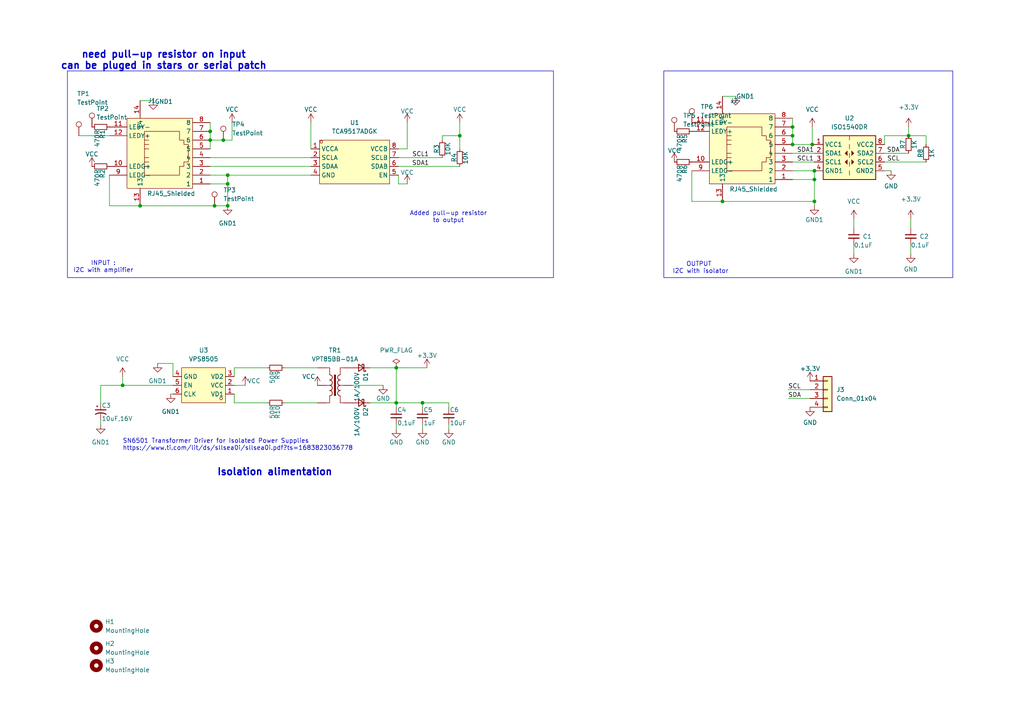
<source format=kicad_sch>
(kicad_sch (version 20231120) (generator "eeschema") (generator_version "8.0")
  (paper "A4")
  (lib_symbols
    (symbol "Connector:TestPoint" (pin_numbers hide) (pin_names (offset 0.762) hide)
      (property "Reference" "TP" (at 0 6.858 0))
      (property "Value" "TestPoint" (at 0 5.08 0))
      (symbol "TestPoint_0_1"
        (circle (center 0 3.302) (radius 0.762))
      )
      (symbol "TestPoint_1_1"
        (pin passive line (at 0 0 90) (length 2.54) (name "1") (number "1"))
      )
    )
    (symbol "Connector_Generic:Conn_01x04" (pin_names (offset 1.016) hide)
      (property "Reference" "J" (at 0 5.08 0))
      (property "Value" "Conn_01x04" (at 0 -7.62 0))
      (symbol "Conn_01x04_1_1"
        (rectangle (start -1.27 -4.953) (end 0 -5.207) (stroke (width 0.1524)))
        (rectangle (start -1.27 -2.413) (end 0 -2.667) (stroke (width 0.1524)))
        (rectangle (start -1.27 0.127) (end 0 -0.127) (stroke (width 0.1524)))
        (rectangle (start -1.27 2.667) (end 0 2.413) (stroke (width 0.1524)))
        (rectangle (start -1.27 3.81) (end 1.27 -6.35) (stroke (width 0.254)) (fill (type background)))
        (pin passive line (at -5.08 2.54 0) (length 3.81) (name "Pin_1") (number "1"))
        (pin passive line (at -5.08 0 0) (length 3.81) (name "Pin_2") (number "2"))
        (pin passive line (at -5.08 -2.54 0) (length 3.81) (name "Pin_3") (number "3"))
        (pin passive line (at -5.08 -5.08 0) (length 3.81) (name "Pin_4") (number "4"))
      )
    )
    (symbol "Device:C_Small" (pin_numbers hide) (pin_names (offset 0.254) hide)
      (property "Reference" "C" (at 0.254 1.778 0))
      (property "Value" "C_Small" (at 0.254 -2.032 0))
      (symbol "C_Small_0_1"
        (polyline (pts (xy -1.524 -0.508) (xy 1.524 -0.508)) (stroke (width 0.3302)))
        (polyline (pts (xy -1.524 0.508) (xy 1.524 0.508)) (stroke (width 0.3048)))
      )
      (symbol "C_Small_1_1"
        (pin passive line (at 0 2.54 270) (length 2.032) (name "~") (number "1"))
        (pin passive line (at 0 -2.54 90) (length 2.032) (name "~") (number "2"))
      )
    )
    (symbol "Device:D_Schottky_Small" (pin_numbers hide) (pin_names (offset 0.254) hide)
      (property "Reference" "D" (at -1.27 2.032 0))
      (property "Value" "Device_D_Schottky_Small" (at -7.112 -2.032 0))
      (symbol "D_Schottky_Small_0_1"
        (polyline (pts (xy -0.762 0) (xy 0.762 0)))
        (polyline (pts (xy 0.762 -1.016) (xy -0.762 0) (xy 0.762 1.016) (xy 0.762 -1.016)) (stroke (width 0.254)))
        (polyline (pts (xy -1.27 0.762) (xy -1.27 1.016) (xy -0.762 1.016) (xy -0.762 -1.016) (xy -0.254 -1.016) (xy -0.254 -0.762)) (stroke (width 0.254)))
      )
      (symbol "D_Schottky_Small_1_1"
        (pin passive line (at -2.54 0 0) (length 1.778) (name "K") (number "1"))
        (pin passive line (at 2.54 0 180) (length 1.778) (name "A") (number "2"))
      )
    )
    (symbol "Device:R_Small" (pin_numbers hide) (pin_names (offset 0.254) hide)
      (property "Reference" "R" (at 0.762 0.508 0))
      (property "Value" "R_Small" (at 0.762 -1.016 0))
      (symbol "R_Small_0_1"
        (rectangle (start -0.762 1.778) (end 0.762 -1.778) (stroke (width 0.2032)))
      )
      (symbol "R_Small_1_1"
        (pin passive line (at 0 2.54 270) (length 0.762) (name "~") (number "1"))
        (pin passive line (at 0 -2.54 90) (length 0.762) (name "~") (number "2"))
      )
    )
    (symbol "Isolator:ISO1540"
      (property "Reference" "U" (at -6.35 6.35 0))
      (property "Value" "ISO1540" (at 3.81 6.35 0))
      (symbol "ISO1540_0_1"
        (rectangle (start -7.62 5.08) (end 7.62 -7.62) (stroke (width 0.254)) (fill (type background)))
        (rectangle (start 0 -5.08) (end 0 -6.35))
        (polyline (pts (xy 0 -2.54) (xy 0 -3.81)))
        (polyline (pts (xy 0 0) (xy 0 -1.27)))
        (polyline (pts (xy 0 2.54) (xy 0 1.27)))
        (polyline (pts (xy 0 5.08) (xy 0 3.81)))
        (polyline (pts (xy -0.635 0.635) (xy -1.27 0) (xy -0.635 -0.635) (xy -0.635 0.635)) (fill (type outline)))
        (polyline (pts (xy 0.635 -1.905) (xy 1.27 -2.54) (xy 0.635 -3.175) (xy 0.635 -1.905)) (fill (type outline)))
        (polyline (pts (xy 0.635 0.635) (xy 1.27 0) (xy 0.635 -0.635) (xy 0.635 0.635)) (fill (type outline)))
      )
      (symbol "ISO1540_1_1"
        (polyline (pts (xy -0.635 -1.905) (xy -1.27 -2.54) (xy -0.635 -3.175) (xy -0.635 -1.905)) (fill (type outline)))
        (pin power_in line (at -10.16 2.54 0) (length 2.54) (name "VCC1") (number "1"))
        (pin bidirectional line (at -10.16 0 0) (length 2.54) (name "SDA1") (number "2"))
        (pin bidirectional line (at -10.16 -2.54 0) (length 2.54) (name "SCL1") (number "3"))
        (pin power_in line (at -10.16 -5.08 0) (length 2.54) (name "GND1") (number "4"))
        (pin power_in line (at 10.16 -5.08 180) (length 2.54) (name "GND2") (number "5"))
        (pin bidirectional line (at 10.16 -2.54 180) (length 2.54) (name "SCL2") (number "6"))
        (pin bidirectional line (at 10.16 0 180) (length 2.54) (name "SDA2") (number "7"))
        (pin power_in line (at 10.16 2.54 180) (length 2.54) (name "VCC2") (number "8"))
      )
    )
    (symbol "KXKM_ESP32_battery_management_board-rescue:CP1_Small-Device" (pin_numbers hide) (pin_names (offset 0.254) hide)
      (property "Reference" "C" (at 0.254 1.778 0))
      (property "Value" "CP1_Small-Device" (at 0.254 -2.032 0))
      (symbol "CP1_Small-Device_0_1"
        (polyline (pts (xy -1.524 0.508) (xy 1.524 0.508)) (stroke (width 0.3048)))
        (polyline (pts (xy -1.27 1.524) (xy -0.762 1.524)))
        (polyline (pts (xy -1.016 1.27) (xy -1.016 1.778)))
        (arc (start 1.524 -0.762) (mid 0 -0.3734) (end -1.524 -0.762) (stroke (width 0.3048)))
      )
      (symbol "CP1_Small-Device_1_1"
        (pin passive line (at 0 2.54 270) (length 2.032) (name "~") (number "1"))
        (pin passive line (at 0 -2.54 90) (length 2.032) (name "~") (number "2"))
      )
    )
    (symbol "Mechanical:MountingHole" (pin_names (offset 1.016)) (exclude_from_sim yes) (in_bom no)
      (property "Reference" "H" (at 0 5.08 0))
      (property "Value" "MountingHole" (at 0 3.175 0))
      (symbol "MountingHole_0_1"
        (circle (center 0 0) (radius 1.27) (stroke (width 1.27)))
      )
    )
    (symbol "Transformer:TRANSF5" (pin_numbers hide) (pin_names (offset 0))
      (property "Reference" "TR" (at 0 6.35 0))
      (property "Value" "TRANSF5" (at 0 -6.35 0))
      (symbol "TRANSF5_0_1"
        (arc (start -1.524 -3.048) (mid -0.7653 -2.286) (end -1.524 -1.524) (stroke (width 0.2032)))
        (arc (start -1.524 -1.524) (mid -0.7653 -0.762) (end -1.524 0) (stroke (width 0.2032)))
        (arc (start -1.524 0) (mid -0.7653 0.762) (end -1.524 1.524) (stroke (width 0.2032)))
        (arc (start -1.524 1.524) (mid -0.7653 2.286) (end -1.524 3.048) (stroke (width 0.2032)))
        (rectangle (start -0.254 3.048) (end 0.254 -3.048) (stroke (width 0.0254)) (fill (type outline)))
        (polyline (pts (xy -1.524 0) (xy -2.54 0) (xy -2.54 0)) (fill (type outline)))
        (polyline (pts (xy 1.524 0) (xy 2.54 0) (xy 2.54 0)) (fill (type outline)))
        (polyline (pts (xy -2.54 5.08) (xy -1.524 5.08) (xy -1.524 3.048) (xy -1.524 3.048)) (stroke (width 0.1524)))
        (polyline (pts (xy -1.524 -3.048) (xy -1.524 -5.08) (xy -2.54 -5.08) (xy -2.54 -5.08)) (stroke (width 0.1524)))
        (polyline (pts (xy 1.524 3.048) (xy 1.524 5.08) (xy 2.54 5.08) (xy 2.54 5.08)) (stroke (width 0.1524)))
        (polyline (pts (xy 2.54 -5.08) (xy 1.524 -5.08) (xy 1.524 -3.048) (xy 1.524 -3.048)) (stroke (width 0.1524)))
        (arc (start 1.524 -1.524) (mid 0.7653 -2.286) (end 1.524 -3.048) (stroke (width 0.2032)))
        (arc (start 1.524 0) (mid 0.7653 -0.762) (end 1.524 -1.524) (stroke (width 0.2032)))
        (arc (start 1.524 1.524) (mid 0.7653 0.762) (end 1.524 0) (stroke (width 0.2032)))
        (arc (start 1.524 3.048) (mid 0.7653 2.286) (end 1.524 1.524) (stroke (width 0.2032)))
      )
      (symbol "TRANSF5_1_1"
        (pin passive line (at -5.08 5.08 0) (length 2.54) (name "~") (number "1"))
        (pin passive line (at -5.08 0 0) (length 2.54) (name "~") (number "2"))
        (pin passive line (at -5.08 -5.08 0) (length 2.54) (name "~") (number "3"))
        (pin passive line (at 5.08 -5.08 180) (length 2.54) (name "~") (number "4"))
        (pin passive line (at 5.08 0 180) (length 2.54) (name "~") (number "5"))
        (pin passive line (at 5.08 5.08 180) (length 2.54) (name "~") (number "6"))
      )
    )
    (symbol "easyeda2kicad:RC01061"
      (property "Reference" "RJ" (at 0 20.32 0))
      (property "Value" "RC01061" (at 0 -19.05 0))
      (symbol "RC01061_0_1"
        (rectangle (start -10.16 10.16) (end 10.16 -8.89) (fill (type background)))
        (polyline (pts (xy -3.81 5.08) (xy -3.81 3.81) (xy -3.81 3.81)))
        (polyline (pts (xy -2.54 5.08) (xy -2.54 3.81) (xy -2.54 3.81)))
        (polyline (pts (xy -1.27 5.08) (xy -1.27 3.81) (xy -1.27 3.81)))
        (polyline (pts (xy 1.27 5.08) (xy 1.27 3.81) (xy 1.27 3.81)))
        (polyline (pts (xy 2.54 5.08) (xy 2.54 3.81) (xy 2.54 3.81)))
        (polyline (pts (xy 3.81 5.08) (xy 3.81 3.81) (xy 3.81 3.81)))
        (polyline (pts (xy 6.35 5.08) (xy -6.35 5.08) (xy -6.35 -5.08) (xy -3.81 -5.08) (xy -3.81 -6.35) (xy -2.54 -6.35) (xy -2.54 -6.35) (xy -2.54 -7.62) (xy 2.54 -7.62) (xy 2.54 -6.35) (xy 3.81 -6.35) (xy 3.81 -5.08) (xy 6.35 -5.08) (xy 6.35 5.08) (xy 6.35 3.81)))
        (pin unspecified line (at -8.89 -13.97 90) (length 5.08) (name "1") (number "1"))
        (pin unspecified line (at -3.81 15.24 270) (length 5.08) (name "LEDG+") (number "10"))
        (pin unspecified line (at 7.62 15.24 270) (length 5.08) (name "LEDY-") (number "11"))
        (pin unspecified line (at 5.08 15.24 270) (length 5.08) (name "LEDY+") (number "12"))
        (pin unspecified line (at -15.24 6.35 0) (length 5.08) (name "13") (number "13"))
        (pin unspecified line (at 15.24 6.35 180) (length 5.08) (name "14") (number "14"))
        (pin unspecified line (at -6.35 -13.97 90) (length 5.08) (name "2") (number "2"))
        (pin unspecified line (at -3.81 -13.97 90) (length 5.08) (name "3") (number "3"))
        (pin unspecified line (at -1.27 -13.97 90) (length 5.08) (name "4") (number "4"))
        (pin unspecified line (at 1.27 -13.97 90) (length 5.08) (name "5") (number "5"))
        (pin unspecified line (at 3.81 -13.97 90) (length 5.08) (name "6") (number "6"))
        (pin unspecified line (at 6.35 -13.97 90) (length 5.08) (name "7") (number "7"))
        (pin unspecified line (at 8.89 -13.97 90) (length 5.08) (name "8") (number "8"))
        (pin unspecified line (at -6.35 15.24 270) (length 5.08) (name "LEDG-") (number "9"))
      )
    )
    (symbol "easyeda2kicad:TCA9517ADGKR"
      (property "Reference" "U" (at 0 8.89 0))
      (property "Value" "TCA9517ADGKR" (at 0 -8.89 0))
      (symbol "TCA9517ADGKR_0_1"
        (rectangle (start -10.16 6.35) (end 10.16 -6.35) (fill (type background)))
        (circle (center -9.65 5.84) (radius 0.38))
        (pin unspecified line (at -12.7 3.81 0) (length 2.54) (name "VCCA") (number "1"))
        (pin unspecified line (at -12.7 1.27 0) (length 2.54) (name "SCLA") (number "2"))
        (pin unspecified line (at -12.7 -1.27 0) (length 2.54) (name "SDAA") (number "3"))
        (pin unspecified line (at -12.7 -3.81 0) (length 2.54) (name "GND") (number "4"))
        (pin unspecified line (at 12.7 -3.81 180) (length 2.54) (name "EN") (number "5"))
        (pin unspecified line (at 12.7 -1.27 180) (length 2.54) (name "SDAB") (number "6"))
        (pin unspecified line (at 12.7 1.27 180) (length 2.54) (name "SCLB") (number "7"))
        (pin unspecified line (at 12.7 3.81 180) (length 2.54) (name "VCCB") (number "8"))
      )
    )
    (symbol "easyeda2kicad:VPS8505"
      (property "Reference" "U" (at 0 7.62 0))
      (property "Value" "VPS8505" (at 0 -7.62 0))
      (symbol "VPS8505_0_1"
        (rectangle (start -6.35 5.08) (end 6.35 -5.08) (fill (type background)))
        (circle (center -5.08 3.81) (radius 0.38))
        (pin unspecified line (at -8.89 2.54 0) (length 2.54) (name "VD1") (number "1"))
        (pin unspecified line (at -8.89 0 0) (length 2.54) (name "VCC") (number "2"))
        (pin unspecified line (at -8.89 -2.54 0) (length 2.54) (name "VD2") (number "3"))
        (pin unspecified line (at 8.89 -2.54 180) (length 2.54) (name "GND") (number "4"))
        (pin unspecified line (at 8.89 0 180) (length 2.54) (name "EN") (number "5"))
        (pin unspecified line (at 8.89 2.54 180) (length 2.54) (name "CLK") (number "6"))
      )
    )
    (symbol "power:+3.3V" (power) (pin_names (offset 0))
      (property "Value" "+3.3V" (at 0 3.556 0))
      (symbol "+3.3V_0_1"
        (polyline (pts (xy -0.762 1.27) (xy 0 2.54)))
        (polyline (pts (xy 0 0) (xy 0 2.54)))
        (polyline (pts (xy 0 2.54) (xy 0.762 1.27)))
      )
      (symbol "+3.3V_1_1"
        (pin power_in line (at 0 0 90) (length 0) hide (name "+3.3V") (number "1"))
      )
    )
    (symbol "power:GND" (power) (pin_names (offset 0))
      (property "Value" "GND" (at 0 -3.81 0))
      (symbol "GND_0_1"
        (polyline (pts (xy 0 0) (xy 0 -1.27) (xy 1.27 -1.27) (xy 0 -2.54) (xy -1.27 -1.27) (xy 0 -1.27)))
      )
      (symbol "GND_1_1"
        (pin power_in line (at 0 0 270) (length 0) hide (name "GND") (number "1"))
      )
    )
    (symbol "power:GND1" (power) (pin_names (offset 0))
      (property "Value" "GND1" (at 0 -3.81 0))
      (symbol "GND1_0_1"
        (polyline (pts (xy 0 0) (xy 0 -1.27) (xy 1.27 -1.27) (xy 0 -2.54) (xy -1.27 -1.27) (xy 0 -1.27)))
      )
      (symbol "GND1_1_1"
        (pin power_in line (at 0 0 270) (length 0) hide (name "GND1") (number "1"))
      )
    )
    (symbol "power:PWR_FLAG" (power) (pin_numbers hide) (pin_names (offset 0) hide)
      (property "Value" "PWR_FLAG" (at 0 3.81 0))
      (symbol "PWR_FLAG_0_0"
        (pin power_out line (at 0 0 90) (length 0) (name "~") (number "1"))
      )
      (symbol "PWR_FLAG_0_1"
        (polyline (pts (xy 0 0) (xy 0 1.27) (xy -1.016 1.905) (xy 0 2.54) (xy 1.016 1.905) (xy 0 1.27)))
      )
    )
    (symbol "power:VCC" (power) (pin_names (offset 0))
      (property "Value" "VCC" (at 0 3.81 0))
      (symbol "VCC_0_1"
        (polyline (pts (xy -0.762 1.27) (xy 0 2.54)))
        (polyline (pts (xy 0 0) (xy 0 2.54)))
        (polyline (pts (xy 0 2.54) (xy 0.762 1.27)))
      )
      (symbol "VCC_1_1"
        (pin power_in line (at 0 0 90) (length 0) hide (name "VCC") (number "1"))
      )
    )
  )
  (junction (at 236.22 52.07))
  (junction (at 66.04 50.8))
  (junction (at 122.555 116.84))
  (junction (at 35.56 111.76))
  (junction (at 229.87 39.37))
  (junction (at 209.55 58.42))
  (junction (at 236.22 58.42))
  (junction (at 60.96 38.1))
  (junction (at 66.04 59.69))
  (junction (at 62.23 59.69))
  (junction (at 133.35 39.37))
  (junction (at 235.585 41.91))
  (junction (at 64.77 40.64))
  (junction (at 236.22 49.53))
  (junction (at 66.04 53.34))
  (junction (at 229.87 36.83))
  (junction (at 40.64 59.69))
  (junction (at 114.935 116.84))
  (junction (at 263.525 39.37))
  (junction (at 114.935 106.68))
  (junction (at 229.87 41.91))
  (junction (at 60.96 40.64))
  (wire (pts (xy 60.96 48.26) (xy 90.17 48.26)))
  (wire (pts (xy 35.56 111.76) (xy 50.165 111.76)))
  (wire (pts (xy 130.175 116.84) (xy 122.555 116.84)))
  (wire (pts (xy 133.35 48.26) (xy 115.57 48.26)))
  (wire (pts (xy 90.17 50.8) (xy 66.04 50.8)))
  (wire (pts (xy 50.165 114.3) (xy 49.53 114.3)))
  (wire (pts (xy 228.6 113.03) (xy 234.95 113.03)))
  (wire (pts (xy 60.96 35.56) (xy 60.96 38.1)))
  (wire (pts (xy 114.935 106.68) (xy 114.935 116.84)))
  (wire (pts (xy 29.21 121.92) (xy 29.21 123.19)))
  (wire (pts (xy 122.555 116.84) (xy 114.935 116.84)))
  (wire (pts (xy 229.87 49.53) (xy 236.22 49.53)))
  (wire (pts (xy 209.55 58.42) (xy 236.22 58.42)))
  (wire (pts (xy 236.22 59.69) (xy 236.22 58.42)))
  (wire (pts (xy 31.75 59.69) (xy 40.64 59.69)))
  (wire (pts (xy 236.22 49.53) (xy 236.22 52.07)))
  (wire (pts (xy 264.16 73.66) (xy 264.16 71.12)))
  (wire (pts (xy 29.21 111.76) (xy 29.21 116.84)))
  (wire (pts (xy 268.605 39.37) (xy 263.525 39.37)))
  (wire (pts (xy 235.585 36.83) (xy 235.585 41.91)))
  (wire (pts (xy 229.87 44.45) (xy 236.22 44.45)))
  (wire (pts (xy 114.935 106.68) (xy 123.825 106.68)))
  (wire (pts (xy 60.96 45.72) (xy 90.17 45.72)))
  (wire (pts (xy 60.96 40.64) (xy 64.77 40.64)))
  (wire (pts (xy 213.36 27.94) (xy 209.55 27.94)))
  (wire (pts (xy 29.21 111.76) (xy 35.56 111.76)))
  (wire (pts (xy 44.45 29.21) (xy 40.64 29.21)))
  (wire (pts (xy 60.96 53.34) (xy 66.04 53.34)))
  (wire (pts (xy 115.57 50.8) (xy 115.57 53.34)))
  (wire (pts (xy 264.16 63.5) (xy 264.16 66.04)))
  (wire (pts (xy 77.47 106.68) (xy 67.945 106.68)))
  (wire (pts (xy 67.945 114.3) (xy 67.945 116.84)))
  (wire (pts (xy 66.04 50.8) (xy 66.04 53.34)))
  (wire (pts (xy 229.87 41.91) (xy 235.585 41.91)))
  (wire (pts (xy 62.23 59.69) (xy 66.04 59.69)))
  (wire (pts (xy 122.555 123.19) (xy 122.555 124.46)))
  (wire (pts (xy 128.27 45.72) (xy 115.57 45.72)))
  (wire (pts (xy 200.66 49.53) (xy 200.66 58.42)))
  (wire (pts (xy 228.6 115.57) (xy 234.95 115.57)))
  (wire (pts (xy 236.22 52.07) (xy 236.22 58.42)))
  (wire (pts (xy 90.17 35.56) (xy 90.17 43.18)))
  (wire (pts (xy 133.35 35.56) (xy 133.35 39.37)))
  (wire (pts (xy 229.87 46.99) (xy 236.22 46.99)))
  (wire (pts (xy 229.87 34.29) (xy 229.87 36.83)))
  (wire (pts (xy 92.075 106.68) (xy 82.55 106.68)))
  (wire (pts (xy 256.54 41.91) (xy 256.54 39.37)))
  (wire (pts (xy 236.22 41.91) (xy 235.585 41.91)))
  (wire (pts (xy 45.72 105.41) (xy 50.165 105.41)))
  (wire (pts (xy 263.525 36.83) (xy 263.525 39.37)))
  (wire (pts (xy 229.87 36.83) (xy 229.87 39.37)))
  (wire (pts (xy 60.96 38.1) (xy 60.96 40.64)))
  (wire (pts (xy 67.945 116.84) (xy 77.47 116.84)))
  (wire (pts (xy 67.945 106.68) (xy 67.945 109.22)))
  (wire (pts (xy 256.54 39.37) (xy 263.525 39.37)))
  (wire (pts (xy 60.96 50.8) (xy 66.04 50.8)))
  (wire (pts (xy 60.96 40.64) (xy 60.96 43.18)))
  (wire (pts (xy 66.04 53.34) (xy 66.04 59.69)))
  (wire (pts (xy 67.31 35.56) (xy 67.31 40.64)))
  (wire (pts (xy 247.65 73.66) (xy 247.65 71.12)))
  (wire (pts (xy 114.935 118.11) (xy 114.935 116.84)))
  (wire (pts (xy 67.945 111.76) (xy 71.12 111.76)))
  (wire (pts (xy 111.125 111.76) (xy 102.235 111.76)))
  (wire (pts (xy 22.86 39.37) (xy 31.75 39.37)))
  (wire (pts (xy 50.165 105.41) (xy 50.165 109.22)))
  (wire (pts (xy 256.54 49.53) (xy 258.445 49.53)))
  (wire (pts (xy 40.64 59.69) (xy 62.23 59.69)))
  (wire (pts (xy 35.56 109.22) (xy 35.56 111.76)))
  (wire (pts (xy 114.935 116.84) (xy 107.315 116.84)))
  (wire (pts (xy 118.11 35.56) (xy 118.11 43.18)))
  (wire (pts (xy 247.65 63.5) (xy 247.65 66.04)))
  (wire (pts (xy 130.175 123.19) (xy 130.175 124.46)))
  (wire (pts (xy 133.35 43.18) (xy 133.35 39.37)))
  (wire (pts (xy 229.87 52.07) (xy 236.22 52.07)))
  (wire (pts (xy 92.075 116.84) (xy 82.55 116.84)))
  (wire (pts (xy 200.66 58.42) (xy 209.55 58.42)))
  (wire (pts (xy 115.57 53.34) (xy 118.11 53.34)))
  (wire (pts (xy 263.525 44.45) (xy 256.54 44.45)))
  (wire (pts (xy 118.11 43.18) (xy 115.57 43.18)))
  (wire (pts (xy 268.605 41.91) (xy 268.605 39.37)))
  (wire (pts (xy 268.605 46.99) (xy 256.54 46.99)))
  (wire (pts (xy 130.175 118.11) (xy 130.175 116.84)))
  (wire (pts (xy 229.87 39.37) (xy 229.87 41.91)))
  (wire (pts (xy 122.555 118.11) (xy 122.555 116.84)))
  (wire (pts (xy 31.75 50.8) (xy 31.75 59.69)))
  (wire (pts (xy 64.77 40.64) (xy 67.31 40.64)))
  (wire (pts (xy 128.27 39.37) (xy 128.27 40.64)))
  (wire (pts (xy 114.935 106.68) (xy 107.315 106.68)))
  (wire (pts (xy 133.35 39.37) (xy 128.27 39.37)))
  (wire (pts (xy 114.935 123.19) (xy 114.935 124.46)))
  (rectangle (start 19.558 20.574) (end 160.528 80.518))
  (rectangle (start 192.532 20.574) (end 276.352 80.518))
  (text "Isolation alimentation" (at 62.865 138.176 0) (effects (font (size 2 2) (thickness 0.4) (bold yes)) (justify left bottom)))
  (text "SN6501 Transformer Driver for Isolated Power Supplies\nhttps://www.ti.com/lit/ds/sllsea0i/sllsea0i.pdf?ts=1683823036778" (at 35.56 130.81 0) (effects (font (size 1.27 1.27)) (justify left bottom)))
  (text "INPUT :\nI2C with amplifier" (at 29.972 77.47 0) (effects (font (size 1.27 1.27))))
  (text "Added pull-up resistor\nto output" (at 130.048 62.992 0) (effects (font (size 1.27 1.27))))
  (text "need pull-up resistor on input\ncan be pluged in stars or serial patch" (at 47.498 17.526 0) (effects (font (size 2 2) (thickness 0.4) (bold yes))))
  (text "OUTPUT \nI2C with isolator" (at 203.2 77.724 0) (effects (font (size 1.27 1.27))))
  (label "SDA" (at 228.6 115.57 0))
  (label "SDA1" (at 231.14 44.45 0))
  (label "SCL" (at 260.985 46.99 180))
  (label "SCL1" (at 124.46 45.72 180))
  (label "SDA1" (at 124.46 48.26 180))
  (label "SCL" (at 228.6 113.03 0))
  (label "SCL1" (at 231.14 46.99 0))
  (label "SDA" (at 260.985 44.45 180))
  (symbol (lib_id "Mechanical:MountingHole") (at 27.94 187.96 0) (unit 1) (exclude_from_sim yes) (in_bom no)
    (property "Reference" "H2" (at 30.48 186.6899 0) (effects (justify left)))
    (property "Value" "MountingHole" (at 30.48 189.2299 0) (effects (justify left)))
    (property "Footprint" "MountingHole:MountingHole_3.2mm_M3" (effects (hide yes)))
    (property "Description" "Mounting Hole without connection" (effects (hide yes)))
  )
  (symbol (lib_id "Device:R_Small") (at 198.12 46.99 270) (unit 1)
    (property "Reference" "R6" (at 198.628 47.752 0) (effects (justify left)))
    (property "Value" "470R" (at 197.104 47.752 0) (effects (justify left)))
    (property "Footprint" "Resistor_SMD:R_0603_1608Metric" (effects (hide yes)))
  )
  (symbol (lib_id "Mechanical:MountingHole") (at 27.94 181.61 0) (unit 1) (exclude_from_sim yes) (in_bom no)
    (property "Reference" "H1" (at 30.48 180.3399 0) (effects (justify left)))
    (property "Value" "MountingHole" (at 30.48 182.8799 0) (effects (justify left)))
    (property "Footprint" "MountingHole:MountingHole_3.2mm_M3" (effects (hide yes)))
    (property "Description" "Mounting Hole without connection" (effects (hide yes)))
  )
  (symbol (lib_id "Device:R_Small") (at 128.27 43.18 180) (unit 1)
    (property "Reference" "R3" (at 126.619 43.18 90))
    (property "Value" "10K" (at 129.921 43.18 90))
    (property "Footprint" "Resistor_SMD:R_0603_1608Metric" (effects (hide yes)))
  )
  (symbol (lib_id "power:GND1") (at 66.04 59.69 0) (unit 1)
    (property "Reference" "#PWR03" (effects (hide yes)))
    (property "Value" "GND1" (at 66.04 64.77 0))
  )
  (symbol (lib_id "power:VCC") (at 26.67 48.26 0) (unit 1)
    (property "Reference" "#PWR01" (effects (hide yes)))
    (property "Value" "VCC" (at 26.67 44.704 0))
  )
  (symbol (lib_id "power:VCC") (at 118.11 53.34 0) (unit 1)
    (property "Reference" "#PWR07" (effects (hide yes)))
    (property "Value" "VCC" (at 118.11 50.038 0))
  )
  (symbol (lib_id "Connector:TestPoint") (at 62.23 59.69 0) (unit 1)
    (property "Reference" "TP3" (at 64.77 55.1179 0) (effects (justify left)))
    (property "Value" "TestPoint" (at 64.77 57.6579 0) (effects (justify left)))
    (property "Description" "test point" (effects (hide yes)))
  )
  (symbol (lib_id "power:VCC") (at 90.17 35.56 0) (unit 1)
    (property "Reference" "#PWR05" (effects (hide yes)))
    (property "Value" "VCC" (at 90.17 31.75 0))
  )
  (symbol (lib_id "power:VCC") (at 71.12 111.76 0) (unit 1)
    (property "Reference" "#PWR023" (effects (hide yes)))
    (property "Value" "VCC" (at 73.66 110.49 0))
  )
  (symbol (lib_id "Connector:TestPoint") (at 22.86 39.37 0) (unit 1)
    (property "Reference" "TP1" (at 22.352 27.178 0) (effects (justify left)))
    (property "Value" "TestPoint" (at 22.352 29.718 0) (effects (justify left)))
    (property "Description" "test point" (effects (hide yes)))
  )
  (symbol (lib_id "power:PWR_FLAG") (at 114.935 106.68 0) (unit 1)
    (property "Reference" "#FLG01" (effects (hide yes)))
    (property "Value" "PWR_FLAG" (at 114.935 101.6 0))
    (property "Description" "Special symbol for telling ERC where power comes from" (effects (hide yes)))
  )
  (symbol (lib_id "Isolator:ISO1540") (at 246.38 44.45 0) (unit 1)
    (property "Reference" "U2" (at 246.38 34.29 0))
    (property "Value" "ISO1540DR" (at 246.38 36.83 0))
    (property "Footprint" "Package_SO:SOIC-8_3.9x4.9mm_P1.27mm" (effects (hide yes)))
    (property "Datasheet" "http://www.ti.com/lit/ds/symlink/iso1541.pdf" (effects (hide yes)))
    (property "LCSC" "C179739" (effects (hide yes)))
  )
  (symbol (lib_id "power:GND") (at 130.175 124.46 0) (unit 1)
    (property "Reference" "#PWR029" (effects (hide yes)))
    (property "Value" "GND" (at 130.175 128.27 0))
  )
  (symbol (lib_id "power:VCC") (at 67.31 35.56 0) (unit 1)
    (property "Reference" "#PWR04" (effects (hide yes)))
    (property "Value" "VCC" (at 67.31 31.75 0))
  )
  (symbol (lib_id "power:GND") (at 258.445 49.53 0) (unit 1)
    (property "Reference" "#PWR015" (effects (hide yes)))
    (property "Value" "GND" (at 258.445 53.975 0))
  )
  (symbol (lib_id "power:VCC") (at 195.58 46.99 0) (unit 1)
    (property "Reference" "#PWR09" (effects (hide yes)))
    (property "Value" "VCC" (at 195.58 43.688 0))
  )
  (symbol (lib_id "Connector_Generic:Conn_01x04") (at 240.03 113.03 0) (unit 1)
    (property "Reference" "J3" (at 242.57 113.0299 0) (effects (justify left)))
    (property "Value" "Conn_01x04" (at 242.57 115.5699 0) (effects (justify left)))
    (property "Footprint" "Connector_PinHeader_2.54mm:PinHeader_1x04_P2.54mm_Vertical" (effects (hide yes)))
    (property "Description" "Generic connector, single row, 01x04, script generated (kicad-library-utils/schlib/autogen/connector/)" (effects (hide yes)))
  )
  (symbol (lib_id "easyeda2kicad:RC01061") (at 46.99 44.45 90) (unit 1)
    (property "Reference" "J1" (at 42.8341 29.21 90) (effects (justify right)))
    (property "Value" "RJ45_Shielded" (at 42.672 56.134 90) (effects (justify right)))
    (property "Footprint" "easyeda2kicad:RJ45-TH_RC01061" (effects (hide yes)))
    (property "Description" "RJ connector, 8P8C (8 positions 8 connected), Shielded" (effects (hide yes)))
    (property "LCSC Part" "C708612" (effects (hide yes)))
  )
  (symbol (lib_id "power:VCC") (at 118.11 35.56 0) (unit 1)
    (property "Reference" "#PWR06" (effects (hide yes)))
    (property "Value" "VCC" (at 118.11 32.258 0))
  )
  (symbol (lib_id "power:GND1") (at 29.21 123.19 0) (unit 1)
    (property "Reference" "#PWR019" (effects (hide yes)))
    (property "Value" "GND1" (at 29.21 128.27 0))
  )
  (symbol (lib_id "Device:C_Small") (at 130.175 120.65 0) (unit 1)
    (property "Reference" "C6" (at 130.429 118.872 0) (effects (justify left)))
    (property "Value" "10uF" (at 130.429 122.682 0) (effects (justify left)))
    (property "Footprint" "Capacitor_SMD:C_0805_2012Metric" (effects (hide yes)))
  )
  (symbol (lib_id "power:GND1") (at 247.65 73.66 0) (unit 1)
    (property "Reference" "#PWR014" (effects (hide yes)))
    (property "Value" "GND1" (at 247.65 78.74 0))
  )
  (symbol (lib_id "easyeda2kicad:VPS8505") (at 59.055 111.76 180) (unit 1)
    (property "Reference" "U3" (at 59.055 101.6 0))
    (property "Value" "VPS8505" (at 59.055 104.14 0))
    (property "Footprint" "easyeda2kicad:SOT-23-6_L2.9-W1.6-P0.95-LS2.8-BR" (effects (hide yes)))
    (property "LCSC Part" "C2986360" (effects (hide yes)))
  )
  (symbol (lib_id "power:GND") (at 122.555 124.46 0) (unit 1)
    (property "Reference" "#PWR027" (effects (hide yes)))
    (property "Value" "GND" (at 122.555 128.27 0))
  )
  (symbol (lib_id "power:+3.3V") (at 264.16 63.5 0) (unit 1)
    (property "Reference" "#PWR017" (effects (hide yes)))
    (property "Value" "+3.3V" (at 264.16 57.785 0))
  )
  (symbol (lib_id "Connector:TestPoint") (at 26.67 36.83 0) (unit 1)
    (property "Reference" "TP2" (at 27.94 31.496 0) (effects (justify left)))
    (property "Value" "TestPoint" (at 27.94 34.036 0) (effects (justify left)))
    (property "Description" "test point" (effects (hide yes)))
  )
  (symbol (lib_id "easyeda2kicad:TCA9517ADGKR") (at 102.87 46.99 0) (unit 1)
    (property "Reference" "U1" (at 102.87 35.56 0))
    (property "Value" "TCA9517ADGK" (at 102.87 38.1 0))
    (property "Footprint" "easyeda2kicad:VSSOP-8_L3.0-W3.0-P0.65-LS5.0-BL" (effects (hide yes)))
    (property "Datasheet" "https://www.ti.com/lit/ds/symlink/tca9517a.pdf?ts=1729025760439" (effects (hide yes)))
    (property "Description" "Level-Translating I2C Bus Buffer/Repeater, VSSOP-8" (effects (hide yes)))
    (property "LCSC Part" "C201698" (effects (hide yes)))
  )
  (symbol (lib_id "power:VCC") (at 92.075 111.76 0) (unit 1)
    (property "Reference" "#PWR024" (effects (hide yes)))
    (property "Value" "VCC" (at 89.535 109.22 0))
  )
  (symbol (lib_id "power:VCC") (at 35.56 109.22 0) (unit 1)
    (property "Reference" "#PWR020" (effects (hide yes)))
    (property "Value" "VCC" (at 35.56 104.14 0))
  )
  (symbol (lib_id "power:GND") (at 264.16 73.66 0) (unit 1)
    (property "Reference" "#PWR018" (effects (hide yes)))
    (property "Value" "GND" (at 264.16 78.105 0))
  )
  (symbol (lib_id "Device:R_Small") (at 198.12 38.1 270) (unit 1)
    (property "Reference" "R5" (at 198.628 38.862 0) (effects (justify left)))
    (property "Value" "470R" (at 197.104 38.862 0) (effects (justify left)))
    (property "Footprint" "Resistor_SMD:R_0603_1608Metric" (effects (hide yes)))
  )
  (symbol (lib_id "power:GND1") (at 49.53 114.3 0) (unit 1)
    (property "Reference" "#PWR022" (effects (hide yes)))
    (property "Value" "GND1" (at 49.53 119.38 0))
  )
  (symbol (lib_id "Device:R_Small") (at 29.21 36.83 270) (unit 1)
    (property "Reference" "R1" (at 29.718 37.592 0) (effects (justify left)))
    (property "Value" "470R" (at 28.194 37.592 0) (effects (justify left)))
    (property "Footprint" "Resistor_SMD:R_0603_1608Metric" (effects (hide yes)))
  )
  (symbol (lib_id "power:VCC") (at 247.65 63.5 0) (unit 1)
    (property "Reference" "#PWR013" (effects (hide yes)))
    (property "Value" "VCC" (at 247.65 58.42 0))
  )
  (symbol (lib_id "Connector:TestPoint") (at 195.58 38.1 0) (unit 1)
    (property "Reference" "TP5" (at 198.12 33.5279 0) (effects (justify left)))
    (property "Value" "TestPoint" (at 198.12 36.0679 0) (effects (justify left)))
    (property "Description" "test point" (effects (hide yes)))
  )
  (symbol (lib_id "power:+3.3V") (at 263.525 36.83 0) (unit 1)
    (property "Reference" "#PWR016" (effects (hide yes)))
    (property "Value" "+3.3V" (at 263.525 31.115 0))
  )
  (symbol (lib_id "Mechanical:MountingHole") (at 27.94 193.04 0) (unit 1) (exclude_from_sim yes) (in_bom no)
    (property "Reference" "H3" (at 30.48 191.7699 0) (effects (justify left)))
    (property "Value" "MountingHole" (at 30.48 194.3099 0) (effects (justify left)))
    (property "Footprint" "MountingHole:MountingHole_3.2mm_M3" (effects (hide yes)))
    (property "Description" "Mounting Hole without connection" (effects (hide yes)))
  )
  (symbol (lib_id "power:GND") (at 111.125 111.76 0) (unit 1)
    (property "Reference" "#PWR025" (effects (hide yes)))
    (property "Value" "GND" (at 111.125 115.57 0))
  )
  (symbol (lib_id "Transformer:TRANSF5") (at 97.155 111.76 0) (unit 1)
    (property "Reference" "TR1" (at 97.155 101.6 0))
    (property "Value" "VPT85BB-01A" (at 97.155 104.14 0))
    (property "Footprint" "easyeda2kicad:XFMR-SMD_L7.5-W6.7-P2.54-LS7.7-BL" (effects (hide yes)))
    (property "Datasheet" "https://datasheet.lcsc.com/lcsc/2109081530_VPSC-VPT85BB-01A_C2875071.pdf" (effects (hide yes)))
    (property "LCSC Part" "C2875071" (effects (hide yes)))
  )
  (symbol (lib_id "easyeda2kicad:RC01061") (at 215.9 43.18 90) (unit 1)
    (property "Reference" "J2" (at 211.7441 29.21 90) (effects (justify right)))
    (property "Value" "RJ45_Shielded" (at 211.582 54.864 90) (effects (justify right)))
    (property "Footprint" "easyeda2kicad:RJ45-TH_RC01061" (effects (hide yes)))
    (property "Description" "RJ connector, 8P8C (8 positions 8 connected), Shielded" (effects (hide yes)))
    (property "LCSC Part" "C708612" (effects (hide yes)))
  )
  (symbol (lib_id "power:+3.3V") (at 123.825 106.68 0) (unit 1)
    (property "Reference" "#PWR028" (effects (hide yes)))
    (property "Value" "+3.3V" (at 123.825 103.124 0))
  )
  (symbol (lib_id "Device:R_Small") (at 80.01 106.68 270) (unit 1)
    (property "Reference" "R9" (at 80.518 107.442 0) (effects (justify left)))
    (property "Value" "50R" (at 78.994 107.442 0) (effects (justify left)))
    (property "Footprint" "Resistor_SMD:R_0603_1608Metric" (effects (hide yes)))
  )
  (symbol (lib_id "Connector:TestPoint") (at 64.77 40.64 0) (unit 1)
    (property "Reference" "TP4" (at 67.31 36.0679 0) (effects (justify left)))
    (property "Value" "TestPoint" (at 67.31 38.6079 0) (effects (justify left)))
    (property "Description" "test point" (effects (hide yes)))
  )
  (symbol (lib_id "Device:C_Small") (at 122.555 120.65 0) (unit 1)
    (property "Reference" "C5" (at 122.809 118.872 0) (effects (justify left)))
    (property "Value" "1uF" (at 122.809 122.682 0) (effects (justify left)))
    (property "Footprint" "Capacitor_SMD:C_0805_2012Metric" (effects (hide yes)))
  )
  (symbol (lib_id "power:+3.3V") (at 234.95 110.49 0) (unit 1)
    (property "Reference" "#PWR030" (effects (hide yes)))
    (property "Value" "+3.3V" (at 234.95 106.934 0))
  )
  (symbol (lib_id "power:GND") (at 114.935 124.46 0) (unit 1)
    (property "Reference" "#PWR026" (effects (hide yes)))
    (property "Value" "GND" (at 114.935 128.27 0))
  )
  (symbol (lib_id "Device:C_Small") (at 247.65 68.58 0) (unit 1)
    (property "Reference" "C1" (at 250.19 68.58 0) (effects (justify left)))
    (property "Value" "0.1uF" (at 247.65 71.12 0) (effects (justify left)))
    (property "Footprint" "Capacitor_SMD:C_0402_1005Metric" (effects (hide yes)))
    (property "Description" "C307331" (effects (hide yes)))
    (property "LCSC" "C307331" (effects (hide yes)))
  )
  (symbol (lib_id "Device:R_Small") (at 268.605 44.45 180) (unit 1)
    (property "Reference" "R8" (at 266.954 44.45 90))
    (property "Value" "1K" (at 270.256 44.45 90))
    (property "Footprint" "Resistor_SMD:R_0603_1608Metric" (effects (hide yes)))
  )
  (symbol (lib_id "power:GND") (at 234.95 118.11 0) (unit 1)
    (property "Reference" "#PWR031" (effects (hide yes)))
    (property "Value" "GND" (at 234.95 122.555 0))
  )
  (symbol (lib_id "power:VCC") (at 235.585 36.83 0) (unit 1)
    (property "Reference" "#PWR011" (effects (hide yes)))
    (property "Value" "VCC" (at 235.585 31.75 0))
  )
  (symbol (lib_id "Device:D_Schottky_Small") (at 104.775 106.68 180) (unit 1)
    (property "Reference" "D1" (at 106.045 107.95 90) (effects (justify left)))
    (property "Value" "1A/100V" (at 103.505 107.95 90) (effects (justify left)))
    (property "Footprint" "Diode_SMD:D_SMA" (effects (hide yes)))
  )
  (symbol (lib_id "power:GND1") (at 44.45 29.21 0) (unit 1)
    (property "Reference" "#PWR02" (effects (hide yes)))
    (property "Value" "GND1" (at 47.498 29.464 0))
  )
  (symbol (lib_id "KXKM_ESP32_battery_management_board-rescue:CP1_Small-Device") (at 29.21 119.38 0) (unit 1)
    (property "Reference" "C3" (at 29.464 117.602 0) (effects (justify left)))
    (property "Value" "10uF,16V" (at 29.464 121.412 0) (effects (justify left)))
    (property "Footprint" "Capacitor_SMD:CP_Elec_8x10" (effects (hide yes)))
  )
  (symbol (lib_id "power:GND1") (at 213.36 27.94 0) (unit 1)
    (property "Reference" "#PWR010" (effects (hide yes)))
    (property "Value" "GND1" (at 216.154 27.94 0))
  )
  (symbol (lib_id "Device:R_Small") (at 29.21 48.26 270) (unit 1)
    (property "Reference" "R2" (at 29.718 49.022 0) (effects (justify left)))
    (property "Value" "470R" (at 28.194 49.022 0) (effects (justify left)))
    (property "Footprint" "Resistor_SMD:R_0603_1608Metric" (effects (hide yes)))
  )
  (symbol (lib_id "power:GND1") (at 236.22 59.69 0) (unit 1)
    (property "Reference" "#PWR012" (effects (hide yes)))
    (property "Value" "GND1" (at 236.22 63.754 0))
  )
  (symbol (lib_id "power:GND1") (at 45.72 105.41 0) (unit 1)
    (property "Reference" "#PWR021" (effects (hide yes)))
    (property "Value" "GND1" (at 45.72 110.49 0))
  )
  (symbol (lib_id "Device:C_Small") (at 114.935 120.65 0) (unit 1)
    (property "Reference" "C4" (at 115.189 118.872 0) (effects (justify left)))
    (property "Value" "0,1uF" (at 115.189 122.682 0) (effects (justify left)))
    (property "Footprint" "Capacitor_SMD:C_0805_2012Metric" (effects (hide yes)))
  )
  (symbol (lib_id "Connector:TestPoint") (at 200.66 35.56 0) (unit 1)
    (property "Reference" "TP6" (at 203.2 30.9879 0) (effects (justify left)))
    (property "Value" "TestPoint" (at 203.2 33.5279 0) (effects (justify left)))
    (property "Description" "test point" (effects (hide yes)))
  )
  (symbol (lib_id "Device:R_Small") (at 80.01 116.84 270) (unit 1)
    (property "Reference" "R10" (at 80.518 117.602 0) (effects (justify left)))
    (property "Value" "50R" (at 78.994 117.602 0) (effects (justify left)))
    (property "Footprint" "Resistor_SMD:R_0603_1608Metric" (effects (hide yes)))
  )
  (symbol (lib_id "power:VCC") (at 133.35 35.56 0) (unit 1)
    (property "Reference" "#PWR08" (effects (hide yes)))
    (property "Value" "VCC" (at 133.35 31.75 0))
  )
  (symbol (lib_id "Device:R_Small") (at 263.525 41.91 180) (unit 1)
    (property "Reference" "R7" (at 261.874 41.91 90))
    (property "Value" "1K" (at 265.176 41.91 90))
    (property "Footprint" "Resistor_SMD:R_0603_1608Metric" (effects (hide yes)))
  )
  (symbol (lib_id "Device:C_Small") (at 264.16 68.58 0) (unit 1)
    (property "Reference" "C2" (at 266.7 68.58 0) (effects (justify left)))
    (property "Value" "0.1uF" (at 264.16 71.12 0) (effects (justify left)))
    (property "Footprint" "Capacitor_SMD:C_0402_1005Metric" (effects (hide yes)))
    (property "LCSC" "C307331" (effects (hide yes)))
  )
  (symbol (lib_id "Device:R_Small") (at 133.35 45.72 180) (unit 1)
    (property "Reference" "R4" (at 131.699 45.72 90))
    (property "Value" "10K" (at 135.001 45.72 90))
    (property "Footprint" "Resistor_SMD:R_0603_1608Metric" (effects (hide yes)))
  )
  (symbol (lib_id "Device:D_Schottky_Small") (at 104.775 116.84 180) (unit 1)
    (property "Reference" "D2" (at 106.045 118.11 90) (effects (justify left)))
    (property "Value" "1A/100V" (at 103.505 118.11 90) (effects (justify left)))
    (property "Footprint" "Diode_SMD:D_SMA" (effects (hide yes)))
  )
)
</source>
